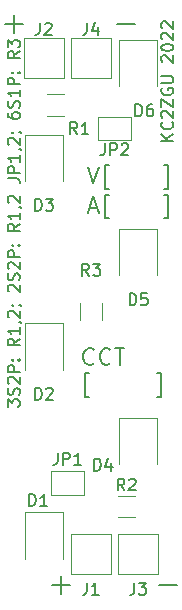
<source format=gbr>
%TF.GenerationSoftware,KiCad,Pcbnew,6.0.7*%
%TF.CreationDate,2022-11-08T21:44:20-05:00*%
%TF.ProjectId,led-mc-50x16,6c65642d-6d63-42d3-9530-7831362e6b69,rev?*%
%TF.SameCoordinates,Original*%
%TF.FileFunction,Legend,Top*%
%TF.FilePolarity,Positive*%
%FSLAX46Y46*%
G04 Gerber Fmt 4.6, Leading zero omitted, Abs format (unit mm)*
G04 Created by KiCad (PCBNEW 6.0.7) date 2022-11-08 21:44:20*
%MOMM*%
%LPD*%
G01*
G04 APERTURE LIST*
%ADD10C,0.150000*%
%ADD11C,0.120000*%
G04 APERTURE END LIST*
D10*
X83738095Y-118642857D02*
X85261904Y-118642857D01*
X74738095Y-118642857D02*
X76261904Y-118642857D01*
X75500000Y-119404761D02*
X75500000Y-117880952D01*
X70952380Y-103547619D02*
X70952380Y-102928571D01*
X71333333Y-103261904D01*
X71333333Y-103119047D01*
X71380952Y-103023809D01*
X71428571Y-102976190D01*
X71523809Y-102928571D01*
X71761904Y-102928571D01*
X71857142Y-102976190D01*
X71904761Y-103023809D01*
X71952380Y-103119047D01*
X71952380Y-103404761D01*
X71904761Y-103500000D01*
X71857142Y-103547619D01*
X71904761Y-102547619D02*
X71952380Y-102404761D01*
X71952380Y-102166666D01*
X71904761Y-102071428D01*
X71857142Y-102023809D01*
X71761904Y-101976190D01*
X71666666Y-101976190D01*
X71571428Y-102023809D01*
X71523809Y-102071428D01*
X71476190Y-102166666D01*
X71428571Y-102357142D01*
X71380952Y-102452380D01*
X71333333Y-102500000D01*
X71238095Y-102547619D01*
X71142857Y-102547619D01*
X71047619Y-102500000D01*
X71000000Y-102452380D01*
X70952380Y-102357142D01*
X70952380Y-102119047D01*
X71000000Y-101976190D01*
X71047619Y-101595238D02*
X71000000Y-101547619D01*
X70952380Y-101452380D01*
X70952380Y-101214285D01*
X71000000Y-101119047D01*
X71047619Y-101071428D01*
X71142857Y-101023809D01*
X71238095Y-101023809D01*
X71380952Y-101071428D01*
X71952380Y-101642857D01*
X71952380Y-101023809D01*
X71952380Y-100595238D02*
X70952380Y-100595238D01*
X70952380Y-100214285D01*
X71000000Y-100119047D01*
X71047619Y-100071428D01*
X71142857Y-100023809D01*
X71285714Y-100023809D01*
X71380952Y-100071428D01*
X71428571Y-100119047D01*
X71476190Y-100214285D01*
X71476190Y-100595238D01*
X71857142Y-99595238D02*
X71904761Y-99547619D01*
X71952380Y-99595238D01*
X71904761Y-99642857D01*
X71857142Y-99595238D01*
X71952380Y-99595238D01*
X71333333Y-99595238D02*
X71380952Y-99547619D01*
X71428571Y-99595238D01*
X71380952Y-99642857D01*
X71333333Y-99595238D01*
X71428571Y-99595238D01*
X71952380Y-97785714D02*
X71476190Y-98119047D01*
X71952380Y-98357142D02*
X70952380Y-98357142D01*
X70952380Y-97976190D01*
X71000000Y-97880952D01*
X71047619Y-97833333D01*
X71142857Y-97785714D01*
X71285714Y-97785714D01*
X71380952Y-97833333D01*
X71428571Y-97880952D01*
X71476190Y-97976190D01*
X71476190Y-98357142D01*
X71952380Y-96833333D02*
X71952380Y-97404761D01*
X71952380Y-97119047D02*
X70952380Y-97119047D01*
X71095238Y-97214285D01*
X71190476Y-97309523D01*
X71238095Y-97404761D01*
X71904761Y-96357142D02*
X71952380Y-96357142D01*
X72047619Y-96404761D01*
X72095238Y-96452380D01*
X71047619Y-95976190D02*
X71000000Y-95928571D01*
X70952380Y-95833333D01*
X70952380Y-95595238D01*
X71000000Y-95500000D01*
X71047619Y-95452380D01*
X71142857Y-95404761D01*
X71238095Y-95404761D01*
X71380952Y-95452380D01*
X71952380Y-96023809D01*
X71952380Y-95404761D01*
X71904761Y-94928571D02*
X71952380Y-94928571D01*
X72047619Y-94976190D01*
X72095238Y-95023809D01*
X71333333Y-94976190D02*
X71380952Y-94928571D01*
X71428571Y-94976190D01*
X71380952Y-95023809D01*
X71333333Y-94976190D01*
X71428571Y-94976190D01*
X71047619Y-93785714D02*
X71000000Y-93738095D01*
X70952380Y-93642857D01*
X70952380Y-93404761D01*
X71000000Y-93309523D01*
X71047619Y-93261904D01*
X71142857Y-93214285D01*
X71238095Y-93214285D01*
X71380952Y-93261904D01*
X71952380Y-93833333D01*
X71952380Y-93214285D01*
X71904761Y-92833333D02*
X71952380Y-92690476D01*
X71952380Y-92452380D01*
X71904761Y-92357142D01*
X71857142Y-92309523D01*
X71761904Y-92261904D01*
X71666666Y-92261904D01*
X71571428Y-92309523D01*
X71523809Y-92357142D01*
X71476190Y-92452380D01*
X71428571Y-92642857D01*
X71380952Y-92738095D01*
X71333333Y-92785714D01*
X71238095Y-92833333D01*
X71142857Y-92833333D01*
X71047619Y-92785714D01*
X71000000Y-92738095D01*
X70952380Y-92642857D01*
X70952380Y-92404761D01*
X71000000Y-92261904D01*
X71047619Y-91880952D02*
X71000000Y-91833333D01*
X70952380Y-91738095D01*
X70952380Y-91500000D01*
X71000000Y-91404761D01*
X71047619Y-91357142D01*
X71142857Y-91309523D01*
X71238095Y-91309523D01*
X71380952Y-91357142D01*
X71952380Y-91928571D01*
X71952380Y-91309523D01*
X71952380Y-90880952D02*
X70952380Y-90880952D01*
X70952380Y-90500000D01*
X71000000Y-90404761D01*
X71047619Y-90357142D01*
X71142857Y-90309523D01*
X71285714Y-90309523D01*
X71380952Y-90357142D01*
X71428571Y-90404761D01*
X71476190Y-90500000D01*
X71476190Y-90880952D01*
X71857142Y-89880952D02*
X71904761Y-89833333D01*
X71952380Y-89880952D01*
X71904761Y-89928571D01*
X71857142Y-89880952D01*
X71952380Y-89880952D01*
X71333333Y-89880952D02*
X71380952Y-89833333D01*
X71428571Y-89880952D01*
X71380952Y-89928571D01*
X71333333Y-89880952D01*
X71428571Y-89880952D01*
X71952380Y-88071428D02*
X71476190Y-88404761D01*
X71952380Y-88642857D02*
X70952380Y-88642857D01*
X70952380Y-88261904D01*
X71000000Y-88166666D01*
X71047619Y-88119047D01*
X71142857Y-88071428D01*
X71285714Y-88071428D01*
X71380952Y-88119047D01*
X71428571Y-88166666D01*
X71476190Y-88261904D01*
X71476190Y-88642857D01*
X71952380Y-87119047D02*
X71952380Y-87690476D01*
X71952380Y-87404761D02*
X70952380Y-87404761D01*
X71095238Y-87500000D01*
X71190476Y-87595238D01*
X71238095Y-87690476D01*
X71904761Y-86642857D02*
X71952380Y-86642857D01*
X72047619Y-86690476D01*
X72095238Y-86738095D01*
X71047619Y-86261904D02*
X71000000Y-86214285D01*
X70952380Y-86119047D01*
X70952380Y-85880952D01*
X71000000Y-85785714D01*
X71047619Y-85738095D01*
X71142857Y-85690476D01*
X71238095Y-85690476D01*
X71380952Y-85738095D01*
X71952380Y-86309523D01*
X71952380Y-85690476D01*
X70952380Y-84214285D02*
X71666666Y-84214285D01*
X71809523Y-84261904D01*
X71904761Y-84357142D01*
X71952380Y-84500000D01*
X71952380Y-84595238D01*
X71952380Y-83738095D02*
X70952380Y-83738095D01*
X70952380Y-83357142D01*
X71000000Y-83261904D01*
X71047619Y-83214285D01*
X71142857Y-83166666D01*
X71285714Y-83166666D01*
X71380952Y-83214285D01*
X71428571Y-83261904D01*
X71476190Y-83357142D01*
X71476190Y-83738095D01*
X71952380Y-82214285D02*
X71952380Y-82785714D01*
X71952380Y-82500000D02*
X70952380Y-82500000D01*
X71095238Y-82595238D01*
X71190476Y-82690476D01*
X71238095Y-82785714D01*
X71904761Y-81738095D02*
X71952380Y-81738095D01*
X72047619Y-81785714D01*
X72095238Y-81833333D01*
X71047619Y-81357142D02*
X71000000Y-81309523D01*
X70952380Y-81214285D01*
X70952380Y-80976190D01*
X71000000Y-80880952D01*
X71047619Y-80833333D01*
X71142857Y-80785714D01*
X71238095Y-80785714D01*
X71380952Y-80833333D01*
X71952380Y-81404761D01*
X71952380Y-80785714D01*
X71904761Y-80309523D02*
X71952380Y-80309523D01*
X72047619Y-80357142D01*
X72095238Y-80404761D01*
X71333333Y-80357142D02*
X71380952Y-80309523D01*
X71428571Y-80357142D01*
X71380952Y-80404761D01*
X71333333Y-80357142D01*
X71428571Y-80357142D01*
X70952380Y-78690476D02*
X70952380Y-78880952D01*
X71000000Y-78976190D01*
X71047619Y-79023809D01*
X71190476Y-79119047D01*
X71380952Y-79166666D01*
X71761904Y-79166666D01*
X71857142Y-79119047D01*
X71904761Y-79071428D01*
X71952380Y-78976190D01*
X71952380Y-78785714D01*
X71904761Y-78690476D01*
X71857142Y-78642857D01*
X71761904Y-78595238D01*
X71523809Y-78595238D01*
X71428571Y-78642857D01*
X71380952Y-78690476D01*
X71333333Y-78785714D01*
X71333333Y-78976190D01*
X71380952Y-79071428D01*
X71428571Y-79119047D01*
X71523809Y-79166666D01*
X71904761Y-78214285D02*
X71952380Y-78071428D01*
X71952380Y-77833333D01*
X71904761Y-77738095D01*
X71857142Y-77690476D01*
X71761904Y-77642857D01*
X71666666Y-77642857D01*
X71571428Y-77690476D01*
X71523809Y-77738095D01*
X71476190Y-77833333D01*
X71428571Y-78023809D01*
X71380952Y-78119047D01*
X71333333Y-78166666D01*
X71238095Y-78214285D01*
X71142857Y-78214285D01*
X71047619Y-78166666D01*
X71000000Y-78119047D01*
X70952380Y-78023809D01*
X70952380Y-77785714D01*
X71000000Y-77642857D01*
X71952380Y-76690476D02*
X71952380Y-77261904D01*
X71952380Y-76976190D02*
X70952380Y-76976190D01*
X71095238Y-77071428D01*
X71190476Y-77166666D01*
X71238095Y-77261904D01*
X71952380Y-76261904D02*
X70952380Y-76261904D01*
X70952380Y-75880952D01*
X71000000Y-75785714D01*
X71047619Y-75738095D01*
X71142857Y-75690476D01*
X71285714Y-75690476D01*
X71380952Y-75738095D01*
X71428571Y-75785714D01*
X71476190Y-75880952D01*
X71476190Y-76261904D01*
X71857142Y-75261904D02*
X71904761Y-75214285D01*
X71952380Y-75261904D01*
X71904761Y-75309523D01*
X71857142Y-75261904D01*
X71952380Y-75261904D01*
X71333333Y-75261904D02*
X71380952Y-75214285D01*
X71428571Y-75261904D01*
X71380952Y-75309523D01*
X71333333Y-75261904D01*
X71428571Y-75261904D01*
X71952380Y-73452380D02*
X71476190Y-73785714D01*
X71952380Y-74023809D02*
X70952380Y-74023809D01*
X70952380Y-73642857D01*
X71000000Y-73547619D01*
X71047619Y-73500000D01*
X71142857Y-73452380D01*
X71285714Y-73452380D01*
X71380952Y-73500000D01*
X71428571Y-73547619D01*
X71476190Y-73642857D01*
X71476190Y-74023809D01*
X70952380Y-73119047D02*
X70952380Y-72500000D01*
X71333333Y-72833333D01*
X71333333Y-72690476D01*
X71380952Y-72595238D01*
X71428571Y-72547619D01*
X71523809Y-72500000D01*
X71761904Y-72500000D01*
X71857142Y-72547619D01*
X71904761Y-72595238D01*
X71952380Y-72690476D01*
X71952380Y-72976190D01*
X71904761Y-73071428D01*
X71857142Y-73119047D01*
X77730833Y-83233333D02*
X78197500Y-84633333D01*
X78664166Y-83233333D01*
X79530833Y-85100000D02*
X79197500Y-85100000D01*
X79197500Y-83100000D01*
X79530833Y-83100000D01*
X84197500Y-85100000D02*
X84530833Y-85100000D01*
X84530833Y-83100000D01*
X84197500Y-83100000D01*
X70738095Y-71142857D02*
X72261904Y-71142857D01*
X71500000Y-71904761D02*
X71500000Y-70380952D01*
X78230833Y-99873000D02*
X78164166Y-99939666D01*
X77964166Y-100006333D01*
X77830833Y-100006333D01*
X77630833Y-99939666D01*
X77497500Y-99806333D01*
X77430833Y-99673000D01*
X77364166Y-99406333D01*
X77364166Y-99206333D01*
X77430833Y-98939666D01*
X77497500Y-98806333D01*
X77630833Y-98673000D01*
X77830833Y-98606333D01*
X77964166Y-98606333D01*
X78164166Y-98673000D01*
X78230833Y-98739666D01*
X79630833Y-99873000D02*
X79564166Y-99939666D01*
X79364166Y-100006333D01*
X79230833Y-100006333D01*
X79030833Y-99939666D01*
X78897500Y-99806333D01*
X78830833Y-99673000D01*
X78764166Y-99406333D01*
X78764166Y-99206333D01*
X78830833Y-98939666D01*
X78897500Y-98806333D01*
X79030833Y-98673000D01*
X79230833Y-98606333D01*
X79364166Y-98606333D01*
X79564166Y-98673000D01*
X79630833Y-98739666D01*
X80030833Y-98606333D02*
X80830833Y-98606333D01*
X80430833Y-100006333D02*
X80430833Y-98606333D01*
X77830833Y-102727000D02*
X77497500Y-102727000D01*
X77497500Y-100727000D01*
X77830833Y-100727000D01*
X83564166Y-102727000D02*
X83897500Y-102727000D01*
X83897500Y-100727000D01*
X83564166Y-100727000D01*
X77864166Y-86733333D02*
X78530833Y-86733333D01*
X77730833Y-87133333D02*
X78197500Y-85733333D01*
X78664166Y-87133333D01*
X79530833Y-87600000D02*
X79197500Y-87600000D01*
X79197500Y-85600000D01*
X79530833Y-85600000D01*
X84197500Y-87600000D02*
X84530833Y-87600000D01*
X84530833Y-85600000D01*
X84197500Y-85600000D01*
X80238095Y-71142857D02*
X81761904Y-71142857D01*
X84952380Y-81023809D02*
X83952380Y-81023809D01*
X84952380Y-80452380D02*
X84380952Y-80880952D01*
X83952380Y-80452380D02*
X84523809Y-81023809D01*
X84857142Y-79452380D02*
X84904761Y-79500000D01*
X84952380Y-79642857D01*
X84952380Y-79738095D01*
X84904761Y-79880952D01*
X84809523Y-79976190D01*
X84714285Y-80023809D01*
X84523809Y-80071428D01*
X84380952Y-80071428D01*
X84190476Y-80023809D01*
X84095238Y-79976190D01*
X84000000Y-79880952D01*
X83952380Y-79738095D01*
X83952380Y-79642857D01*
X84000000Y-79500000D01*
X84047619Y-79452380D01*
X84047619Y-79071428D02*
X84000000Y-79023809D01*
X83952380Y-78928571D01*
X83952380Y-78690476D01*
X84000000Y-78595238D01*
X84047619Y-78547619D01*
X84142857Y-78500000D01*
X84238095Y-78500000D01*
X84380952Y-78547619D01*
X84952380Y-79119047D01*
X84952380Y-78500000D01*
X83952380Y-78166666D02*
X83952380Y-77500000D01*
X84952380Y-78166666D01*
X84952380Y-77500000D01*
X84000000Y-76595238D02*
X83952380Y-76690476D01*
X83952380Y-76833333D01*
X84000000Y-76976190D01*
X84095238Y-77071428D01*
X84190476Y-77119047D01*
X84380952Y-77166666D01*
X84523809Y-77166666D01*
X84714285Y-77119047D01*
X84809523Y-77071428D01*
X84904761Y-76976190D01*
X84952380Y-76833333D01*
X84952380Y-76738095D01*
X84904761Y-76595238D01*
X84857142Y-76547619D01*
X84523809Y-76547619D01*
X84523809Y-76738095D01*
X83952380Y-76119047D02*
X84761904Y-76119047D01*
X84857142Y-76071428D01*
X84904761Y-76023809D01*
X84952380Y-75928571D01*
X84952380Y-75738095D01*
X84904761Y-75642857D01*
X84857142Y-75595238D01*
X84761904Y-75547619D01*
X83952380Y-75547619D01*
X84047619Y-74357142D02*
X84000000Y-74309523D01*
X83952380Y-74214285D01*
X83952380Y-73976190D01*
X84000000Y-73880952D01*
X84047619Y-73833333D01*
X84142857Y-73785714D01*
X84238095Y-73785714D01*
X84380952Y-73833333D01*
X84952380Y-74404761D01*
X84952380Y-73785714D01*
X83952380Y-73166666D02*
X83952380Y-73071428D01*
X84000000Y-72976190D01*
X84047619Y-72928571D01*
X84142857Y-72880952D01*
X84333333Y-72833333D01*
X84571428Y-72833333D01*
X84761904Y-72880952D01*
X84857142Y-72928571D01*
X84904761Y-72976190D01*
X84952380Y-73071428D01*
X84952380Y-73166666D01*
X84904761Y-73261904D01*
X84857142Y-73309523D01*
X84761904Y-73357142D01*
X84571428Y-73404761D01*
X84333333Y-73404761D01*
X84142857Y-73357142D01*
X84047619Y-73309523D01*
X84000000Y-73261904D01*
X83952380Y-73166666D01*
X84047619Y-72452380D02*
X84000000Y-72404761D01*
X83952380Y-72309523D01*
X83952380Y-72071428D01*
X84000000Y-71976190D01*
X84047619Y-71928571D01*
X84142857Y-71880952D01*
X84238095Y-71880952D01*
X84380952Y-71928571D01*
X84952380Y-72500000D01*
X84952380Y-71880952D01*
X84047619Y-71500000D02*
X84000000Y-71452380D01*
X83952380Y-71357142D01*
X83952380Y-71119047D01*
X84000000Y-71023809D01*
X84047619Y-70976190D01*
X84142857Y-70928571D01*
X84238095Y-70928571D01*
X84380952Y-70976190D01*
X84952380Y-71547619D01*
X84952380Y-70928571D01*
%TO.C,JP2*%
X79166666Y-81252380D02*
X79166666Y-81966666D01*
X79119047Y-82109523D01*
X79023809Y-82204761D01*
X78880952Y-82252380D01*
X78785714Y-82252380D01*
X79642857Y-82252380D02*
X79642857Y-81252380D01*
X80023809Y-81252380D01*
X80119047Y-81300000D01*
X80166666Y-81347619D01*
X80214285Y-81442857D01*
X80214285Y-81585714D01*
X80166666Y-81680952D01*
X80119047Y-81728571D01*
X80023809Y-81776190D01*
X79642857Y-81776190D01*
X80595238Y-81347619D02*
X80642857Y-81300000D01*
X80738095Y-81252380D01*
X80976190Y-81252380D01*
X81071428Y-81300000D01*
X81119047Y-81347619D01*
X81166666Y-81442857D01*
X81166666Y-81538095D01*
X81119047Y-81680952D01*
X80547619Y-82252380D01*
X81166666Y-82252380D01*
%TO.C,D4*%
X78261904Y-108952380D02*
X78261904Y-107952380D01*
X78500000Y-107952380D01*
X78642857Y-108000000D01*
X78738095Y-108095238D01*
X78785714Y-108190476D01*
X78833333Y-108380952D01*
X78833333Y-108523809D01*
X78785714Y-108714285D01*
X78738095Y-108809523D01*
X78642857Y-108904761D01*
X78500000Y-108952380D01*
X78261904Y-108952380D01*
X79690476Y-108285714D02*
X79690476Y-108952380D01*
X79452380Y-107904761D02*
X79214285Y-108619047D01*
X79833333Y-108619047D01*
%TO.C,J4*%
X77666666Y-71054380D02*
X77666666Y-71768666D01*
X77619047Y-71911523D01*
X77523809Y-72006761D01*
X77380952Y-72054380D01*
X77285714Y-72054380D01*
X78571428Y-71387714D02*
X78571428Y-72054380D01*
X78333333Y-71006761D02*
X78095238Y-71721047D01*
X78714285Y-71721047D01*
%TO.C,D2*%
X73261904Y-102952380D02*
X73261904Y-101952380D01*
X73500000Y-101952380D01*
X73642857Y-102000000D01*
X73738095Y-102095238D01*
X73785714Y-102190476D01*
X73833333Y-102380952D01*
X73833333Y-102523809D01*
X73785714Y-102714285D01*
X73738095Y-102809523D01*
X73642857Y-102904761D01*
X73500000Y-102952380D01*
X73261904Y-102952380D01*
X74214285Y-102047619D02*
X74261904Y-102000000D01*
X74357142Y-101952380D01*
X74595238Y-101952380D01*
X74690476Y-102000000D01*
X74738095Y-102047619D01*
X74785714Y-102142857D01*
X74785714Y-102238095D01*
X74738095Y-102380952D01*
X74166666Y-102952380D01*
X74785714Y-102952380D01*
%TO.C,JP1*%
X75166666Y-107452380D02*
X75166666Y-108166666D01*
X75119047Y-108309523D01*
X75023809Y-108404761D01*
X74880952Y-108452380D01*
X74785714Y-108452380D01*
X75642857Y-108452380D02*
X75642857Y-107452380D01*
X76023809Y-107452380D01*
X76119047Y-107500000D01*
X76166666Y-107547619D01*
X76214285Y-107642857D01*
X76214285Y-107785714D01*
X76166666Y-107880952D01*
X76119047Y-107928571D01*
X76023809Y-107976190D01*
X75642857Y-107976190D01*
X77166666Y-108452380D02*
X76595238Y-108452380D01*
X76880952Y-108452380D02*
X76880952Y-107452380D01*
X76785714Y-107595238D01*
X76690476Y-107690476D01*
X76595238Y-107738095D01*
%TO.C,D1*%
X72761904Y-111952380D02*
X72761904Y-110952380D01*
X73000000Y-110952380D01*
X73142857Y-111000000D01*
X73238095Y-111095238D01*
X73285714Y-111190476D01*
X73333333Y-111380952D01*
X73333333Y-111523809D01*
X73285714Y-111714285D01*
X73238095Y-111809523D01*
X73142857Y-111904761D01*
X73000000Y-111952380D01*
X72761904Y-111952380D01*
X74285714Y-111952380D02*
X73714285Y-111952380D01*
X74000000Y-111952380D02*
X74000000Y-110952380D01*
X73904761Y-111095238D01*
X73809523Y-111190476D01*
X73714285Y-111238095D01*
%TO.C,R2*%
X80833333Y-110632380D02*
X80500000Y-110156190D01*
X80261904Y-110632380D02*
X80261904Y-109632380D01*
X80642857Y-109632380D01*
X80738095Y-109680000D01*
X80785714Y-109727619D01*
X80833333Y-109822857D01*
X80833333Y-109965714D01*
X80785714Y-110060952D01*
X80738095Y-110108571D01*
X80642857Y-110156190D01*
X80261904Y-110156190D01*
X81214285Y-109727619D02*
X81261904Y-109680000D01*
X81357142Y-109632380D01*
X81595238Y-109632380D01*
X81690476Y-109680000D01*
X81738095Y-109727619D01*
X81785714Y-109822857D01*
X81785714Y-109918095D01*
X81738095Y-110060952D01*
X81166666Y-110632380D01*
X81785714Y-110632380D01*
%TO.C,R1*%
X76833333Y-80452380D02*
X76500000Y-79976190D01*
X76261904Y-80452380D02*
X76261904Y-79452380D01*
X76642857Y-79452380D01*
X76738095Y-79500000D01*
X76785714Y-79547619D01*
X76833333Y-79642857D01*
X76833333Y-79785714D01*
X76785714Y-79880952D01*
X76738095Y-79928571D01*
X76642857Y-79976190D01*
X76261904Y-79976190D01*
X77785714Y-80452380D02*
X77214285Y-80452380D01*
X77500000Y-80452380D02*
X77500000Y-79452380D01*
X77404761Y-79595238D01*
X77309523Y-79690476D01*
X77214285Y-79738095D01*
%TO.C,D6*%
X81761904Y-78952380D02*
X81761904Y-77952380D01*
X82000000Y-77952380D01*
X82142857Y-78000000D01*
X82238095Y-78095238D01*
X82285714Y-78190476D01*
X82333333Y-78380952D01*
X82333333Y-78523809D01*
X82285714Y-78714285D01*
X82238095Y-78809523D01*
X82142857Y-78904761D01*
X82000000Y-78952380D01*
X81761904Y-78952380D01*
X83190476Y-77952380D02*
X83000000Y-77952380D01*
X82904761Y-78000000D01*
X82857142Y-78047619D01*
X82761904Y-78190476D01*
X82714285Y-78380952D01*
X82714285Y-78761904D01*
X82761904Y-78857142D01*
X82809523Y-78904761D01*
X82904761Y-78952380D01*
X83095238Y-78952380D01*
X83190476Y-78904761D01*
X83238095Y-78857142D01*
X83285714Y-78761904D01*
X83285714Y-78523809D01*
X83238095Y-78428571D01*
X83190476Y-78380952D01*
X83095238Y-78333333D01*
X82904761Y-78333333D01*
X82809523Y-78380952D01*
X82761904Y-78428571D01*
X82714285Y-78523809D01*
%TO.C,D5*%
X81261904Y-94952380D02*
X81261904Y-93952380D01*
X81500000Y-93952380D01*
X81642857Y-94000000D01*
X81738095Y-94095238D01*
X81785714Y-94190476D01*
X81833333Y-94380952D01*
X81833333Y-94523809D01*
X81785714Y-94714285D01*
X81738095Y-94809523D01*
X81642857Y-94904761D01*
X81500000Y-94952380D01*
X81261904Y-94952380D01*
X82738095Y-93952380D02*
X82261904Y-93952380D01*
X82214285Y-94428571D01*
X82261904Y-94380952D01*
X82357142Y-94333333D01*
X82595238Y-94333333D01*
X82690476Y-94380952D01*
X82738095Y-94428571D01*
X82785714Y-94523809D01*
X82785714Y-94761904D01*
X82738095Y-94857142D01*
X82690476Y-94904761D01*
X82595238Y-94952380D01*
X82357142Y-94952380D01*
X82261904Y-94904761D01*
X82214285Y-94857142D01*
%TO.C,J1*%
X77666666Y-118452380D02*
X77666666Y-119166666D01*
X77619047Y-119309523D01*
X77523809Y-119404761D01*
X77380952Y-119452380D01*
X77285714Y-119452380D01*
X78666666Y-119452380D02*
X78095238Y-119452380D01*
X78380952Y-119452380D02*
X78380952Y-118452380D01*
X78285714Y-118595238D01*
X78190476Y-118690476D01*
X78095238Y-118738095D01*
%TO.C,J2*%
X73666666Y-71054380D02*
X73666666Y-71768666D01*
X73619047Y-71911523D01*
X73523809Y-72006761D01*
X73380952Y-72054380D01*
X73285714Y-72054380D01*
X74095238Y-71149619D02*
X74142857Y-71102000D01*
X74238095Y-71054380D01*
X74476190Y-71054380D01*
X74571428Y-71102000D01*
X74619047Y-71149619D01*
X74666666Y-71244857D01*
X74666666Y-71340095D01*
X74619047Y-71482952D01*
X74047619Y-72054380D01*
X74666666Y-72054380D01*
%TO.C,J3*%
X81666666Y-118452380D02*
X81666666Y-119166666D01*
X81619047Y-119309523D01*
X81523809Y-119404761D01*
X81380952Y-119452380D01*
X81285714Y-119452380D01*
X82047619Y-118452380D02*
X82666666Y-118452380D01*
X82333333Y-118833333D01*
X82476190Y-118833333D01*
X82571428Y-118880952D01*
X82619047Y-118928571D01*
X82666666Y-119023809D01*
X82666666Y-119261904D01*
X82619047Y-119357142D01*
X82571428Y-119404761D01*
X82476190Y-119452380D01*
X82190476Y-119452380D01*
X82095238Y-119404761D01*
X82047619Y-119357142D01*
%TO.C,D3*%
X73261904Y-86952380D02*
X73261904Y-85952380D01*
X73500000Y-85952380D01*
X73642857Y-86000000D01*
X73738095Y-86095238D01*
X73785714Y-86190476D01*
X73833333Y-86380952D01*
X73833333Y-86523809D01*
X73785714Y-86714285D01*
X73738095Y-86809523D01*
X73642857Y-86904761D01*
X73500000Y-86952380D01*
X73261904Y-86952380D01*
X74166666Y-85952380D02*
X74785714Y-85952380D01*
X74452380Y-86333333D01*
X74595238Y-86333333D01*
X74690476Y-86380952D01*
X74738095Y-86428571D01*
X74785714Y-86523809D01*
X74785714Y-86761904D01*
X74738095Y-86857142D01*
X74690476Y-86904761D01*
X74595238Y-86952380D01*
X74309523Y-86952380D01*
X74214285Y-86904761D01*
X74166666Y-86857142D01*
%TO.C,R3*%
X77833333Y-92452380D02*
X77500000Y-91976190D01*
X77261904Y-92452380D02*
X77261904Y-91452380D01*
X77642857Y-91452380D01*
X77738095Y-91500000D01*
X77785714Y-91547619D01*
X77833333Y-91642857D01*
X77833333Y-91785714D01*
X77785714Y-91880952D01*
X77738095Y-91928571D01*
X77642857Y-91976190D01*
X77261904Y-91976190D01*
X78166666Y-91452380D02*
X78785714Y-91452380D01*
X78452380Y-91833333D01*
X78595238Y-91833333D01*
X78690476Y-91880952D01*
X78738095Y-91928571D01*
X78785714Y-92023809D01*
X78785714Y-92261904D01*
X78738095Y-92357142D01*
X78690476Y-92404761D01*
X78595238Y-92452380D01*
X78309523Y-92452380D01*
X78214285Y-92404761D01*
X78166666Y-92357142D01*
D11*
%TO.C,JP2*%
X81400000Y-81000000D02*
X78600000Y-81000000D01*
X78600000Y-81000000D02*
X78600000Y-79000000D01*
X78600000Y-79000000D02*
X81400000Y-79000000D01*
X81400000Y-79000000D02*
X81400000Y-81000000D01*
%TO.C,D4*%
X83600000Y-104500000D02*
X80400000Y-104500000D01*
X80400000Y-108400000D02*
X80400000Y-104500000D01*
X83600000Y-108400000D02*
X83600000Y-104500000D01*
%TO.C,J4*%
X79700000Y-75700000D02*
X76300000Y-75700000D01*
X79700000Y-72300000D02*
X79700000Y-75700000D01*
X76300000Y-72300000D02*
X79700000Y-72300000D01*
X76300000Y-75700000D02*
X76300000Y-72300000D01*
%TO.C,D2*%
X75600000Y-100400000D02*
X75600000Y-96500000D01*
X72400000Y-100400000D02*
X72400000Y-96500000D01*
X75600000Y-96500000D02*
X72400000Y-96500000D01*
%TO.C,JP1*%
X74600000Y-109000000D02*
X77400000Y-109000000D01*
X74600000Y-111000000D02*
X74600000Y-109000000D01*
X77400000Y-111000000D02*
X74600000Y-111000000D01*
X77400000Y-109000000D02*
X77400000Y-111000000D01*
%TO.C,D1*%
X75600000Y-112500000D02*
X72400000Y-112500000D01*
X72400000Y-116400000D02*
X72400000Y-112500000D01*
X75600000Y-116400000D02*
X75600000Y-112500000D01*
%TO.C,R2*%
X80272936Y-112910000D02*
X81727064Y-112910000D01*
X80272936Y-111090000D02*
X81727064Y-111090000D01*
%TO.C,R1*%
X74272936Y-78910000D02*
X75727064Y-78910000D01*
X74272936Y-77090000D02*
X75727064Y-77090000D01*
%TO.C,D6*%
X83600000Y-72500000D02*
X80400000Y-72500000D01*
X83600000Y-76400000D02*
X83600000Y-72500000D01*
X80400000Y-76400000D02*
X80400000Y-72500000D01*
%TO.C,D5*%
X83600000Y-92400000D02*
X83600000Y-88500000D01*
X83600000Y-88500000D02*
X80400000Y-88500000D01*
X80400000Y-92400000D02*
X80400000Y-88500000D01*
%TO.C,J1*%
X76300000Y-117700000D02*
X76300000Y-114300000D01*
X79700000Y-114300000D02*
X79700000Y-117700000D01*
X79700000Y-117700000D02*
X76300000Y-117700000D01*
X76300000Y-114300000D02*
X79700000Y-114300000D01*
%TO.C,J2*%
X75700000Y-72300000D02*
X75700000Y-75700000D01*
X75700000Y-75700000D02*
X72300000Y-75700000D01*
X72300000Y-72300000D02*
X75700000Y-72300000D01*
X72300000Y-75700000D02*
X72300000Y-72300000D01*
%TO.C,J3*%
X83700000Y-114300000D02*
X83700000Y-117700000D01*
X80300000Y-114300000D02*
X83700000Y-114300000D01*
X80300000Y-117700000D02*
X80300000Y-114300000D01*
X83700000Y-117700000D02*
X80300000Y-117700000D01*
%TO.C,D3*%
X75600000Y-84400000D02*
X75600000Y-80500000D01*
X72400000Y-84400000D02*
X72400000Y-80500000D01*
X75600000Y-80500000D02*
X72400000Y-80500000D01*
%TO.C,R3*%
X78910000Y-96227064D02*
X78910000Y-94772936D01*
X77090000Y-96227064D02*
X77090000Y-94772936D01*
%TD*%
M02*

</source>
